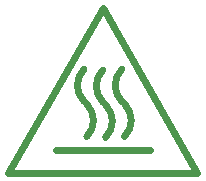
<source format=gbr>
%TF.GenerationSoftware,KiCad,Pcbnew,(6.0.9-0)*%
%TF.CreationDate,2023-03-02T18:42:41+01:00*%
%TF.ProjectId,untitled,756e7469-746c-4656-942e-6b696361645f,rev?*%
%TF.SameCoordinates,Original*%
%TF.FileFunction,Legend,Bot*%
%TF.FilePolarity,Positive*%
%FSLAX46Y46*%
G04 Gerber Fmt 4.6, Leading zero omitted, Abs format (unit mm)*
G04 Created by KiCad (PCBNEW (6.0.9-0)) date 2023-03-02 18:42:41*
%MOMM*%
%LPD*%
G01*
G04 APERTURE LIST*
%ADD10C,0.600000*%
G04 APERTURE END LIST*
D10*
X78709990Y-89389950D02*
X94710010Y-89389950D01*
X86710073Y-80658613D02*
G75*
G03*
X86144370Y-82024280I1365627J-1365687D01*
G01*
X85344358Y-86286998D02*
G75*
G03*
X85910060Y-84921320I-1365658J1365698D01*
G01*
X88310013Y-80590003D02*
G75*
G03*
X87744320Y-81955670I1365687J-1365697D01*
G01*
X86944411Y-86355601D02*
G75*
G03*
X87510100Y-84989930I-1365711J1365701D01*
G01*
X85910042Y-84921320D02*
G75*
G03*
X85344370Y-83555640I-1931342J20D01*
G01*
X86710000Y-75390000D02*
X94710010Y-89389950D01*
X85110018Y-80589998D02*
G75*
G03*
X84544320Y-81955670I1365682J-1365702D01*
G01*
X89110042Y-84921320D02*
G75*
G03*
X88544370Y-83555640I-1931342J20D01*
G01*
X84544351Y-81955670D02*
G75*
G03*
X85110010Y-83321350I1931349J-30D01*
G01*
X85109980Y-83321360D02*
X85344390Y-83555650D01*
X88544351Y-86286991D02*
G75*
G03*
X89110050Y-84921320I-1365651J1365691D01*
G01*
X86144372Y-82024280D02*
G75*
G03*
X86710050Y-83389960I1931328J-20D01*
G01*
X87510070Y-84989930D02*
G75*
G03*
X86944420Y-83624250I-1931370J30D01*
G01*
X88309920Y-83321360D02*
X88544310Y-83555650D01*
X86710000Y-83390010D02*
X86944410Y-83624230D01*
X78709990Y-89389950D02*
X86710000Y-75390000D01*
X87744344Y-81955670D02*
G75*
G03*
X88310000Y-83321350I1931356J-30D01*
G01*
X82710010Y-87389950D02*
X90710020Y-87389950D01*
M02*

</source>
